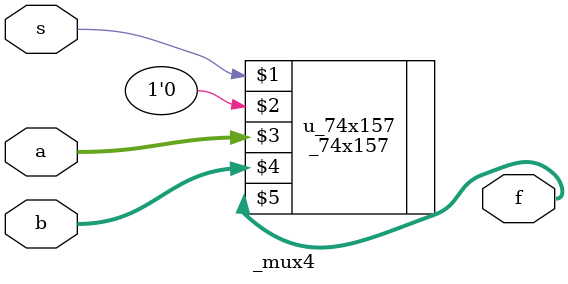
<source format=v>
module _mux4 (
    input [3:0] a,
    input [3:0] b,
    input s,
    output [3:0] f
);

    _74x157 u_74x157 (
        s,
        1'b0,
        a,
        b,
        f
    );

endmodule
</source>
